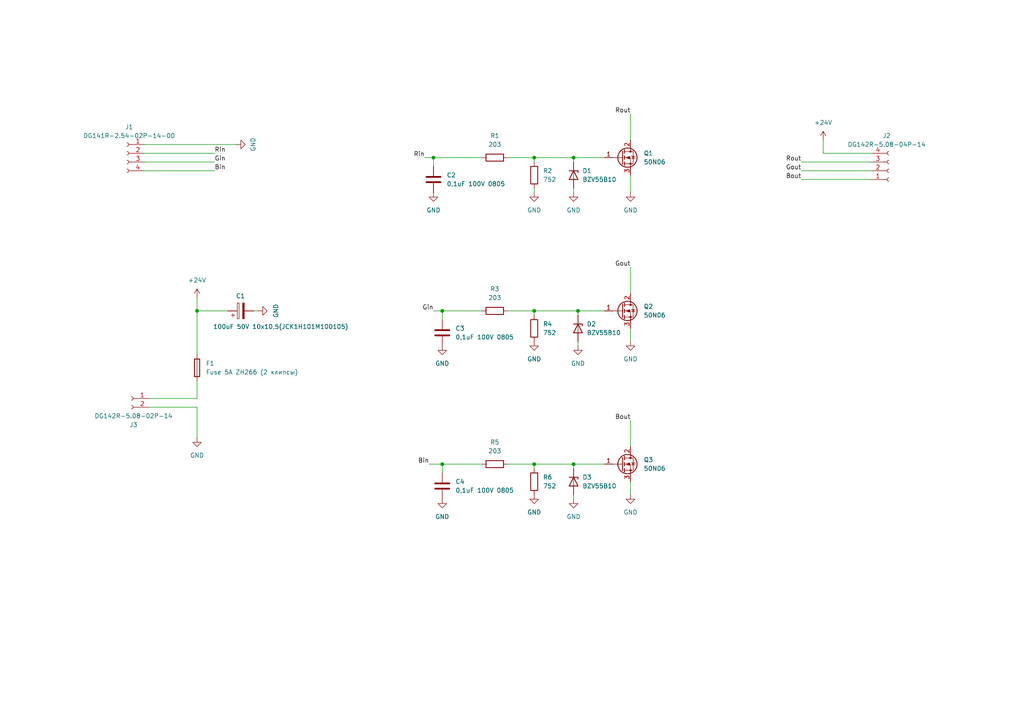
<source format=kicad_sch>
(kicad_sch (version 20231120) (generator "eeschema") (generator_version "8.0")
  (paper "A4")
  (lib_symbols
    (symbol "Connector:Conn_01x02_Socket" (pin_names (offset 1.016) hide)
      (property "Reference" "J" (at 0 2.54 0))
      (property "Value" "Conn_01x02_Socket" (at 0 -5.08 0))
      (symbol "Conn_01x02_Socket_1_1"
        (arc (start 0 -2.032) (mid -0.5058 -2.54) (end 0 -3.048) (stroke (width 0.1524)))
        (polyline (pts (xy -1.27 -2.54) (xy -0.508 -2.54)) (stroke (width 0.1524)))
        (polyline (pts (xy -1.27 0) (xy -0.508 0)) (stroke (width 0.1524)))
        (arc (start 0 0.508) (mid -0.5058 0) (end 0 -0.508) (stroke (width 0.1524)))
        (pin passive line (at -5.08 0 0) (length 3.81) (name "Pin_1") (number "1"))
        (pin passive line (at -5.08 -2.54 0) (length 3.81) (name "Pin_2") (number "2"))
      )
    )
    (symbol "Connector:Conn_01x04_Socket" (pin_names (offset 1.016) hide)
      (property "Reference" "J" (at 0 5.08 0))
      (property "Value" "Conn_01x04_Socket" (at 0 -7.62 0))
      (symbol "Conn_01x04_Socket_1_1"
        (arc (start 0 -4.572) (mid -0.5058 -5.08) (end 0 -5.588) (stroke (width 0.1524)))
        (arc (start 0 -2.032) (mid -0.5058 -2.54) (end 0 -3.048) (stroke (width 0.1524)))
        (polyline (pts (xy -1.27 -5.08) (xy -0.508 -5.08)) (stroke (width 0.1524)))
        (polyline (pts (xy -1.27 -2.54) (xy -0.508 -2.54)) (stroke (width 0.1524)))
        (polyline (pts (xy -1.27 0) (xy -0.508 0)) (stroke (width 0.1524)))
        (polyline (pts (xy -1.27 2.54) (xy -0.508 2.54)) (stroke (width 0.1524)))
        (arc (start 0 0.508) (mid -0.5058 0) (end 0 -0.508) (stroke (width 0.1524)))
        (arc (start 0 3.048) (mid -0.5058 2.54) (end 0 2.032) (stroke (width 0.1524)))
        (pin passive line (at -5.08 2.54 0) (length 3.81) (name "Pin_1") (number "1"))
        (pin passive line (at -5.08 0 0) (length 3.81) (name "Pin_2") (number "2"))
        (pin passive line (at -5.08 -2.54 0) (length 3.81) (name "Pin_3") (number "3"))
        (pin passive line (at -5.08 -5.08 0) (length 3.81) (name "Pin_4") (number "4"))
      )
    )
    (symbol "Device:C" (pin_numbers hide) (pin_names (offset 0.254))
      (property "Reference" "C" (at 0.635 2.54 0))
      (property "Value" "C" (at 0.635 -2.54 0))
      (symbol "C_0_1"
        (polyline (pts (xy -2.032 -0.762) (xy 2.032 -0.762)) (stroke (width 0.508)))
        (polyline (pts (xy -2.032 0.762) (xy 2.032 0.762)) (stroke (width 0.508)))
      )
      (symbol "C_1_1"
        (pin passive line (at 0 3.81 270) (length 2.794) (name "~") (number "1"))
        (pin passive line (at 0 -3.81 90) (length 2.794) (name "~") (number "2"))
      )
    )
    (symbol "Device:C_Polarized" (pin_numbers hide) (pin_names (offset 0.254))
      (property "Reference" "C" (at 0.635 2.54 0))
      (property "Value" "C_Polarized" (at 0.635 -2.54 0))
      (symbol "C_Polarized_0_1"
        (rectangle (start -2.286 0.508) (end 2.286 1.016))
        (polyline (pts (xy -1.778 2.286) (xy -0.762 2.286)))
        (polyline (pts (xy -1.27 2.794) (xy -1.27 1.778)))
        (rectangle (start 2.286 -0.508) (end -2.286 -1.016) (fill (type outline)))
      )
      (symbol "C_Polarized_1_1"
        (pin passive line (at 0 3.81 270) (length 2.794) (name "~") (number "1"))
        (pin passive line (at 0 -3.81 90) (length 2.794) (name "~") (number "2"))
      )
    )
    (symbol "Device:Fuse" (pin_numbers hide) (pin_names (offset 0))
      (property "Reference" "F" (at 2.032 0 90))
      (property "Value" "Fuse" (at -1.905 0 90))
      (symbol "Fuse_0_1"
        (rectangle (start -0.762 -2.54) (end 0.762 2.54) (stroke (width 0.254)))
        (polyline (pts (xy 0 2.54) (xy 0 -2.54)))
      )
      (symbol "Fuse_1_1"
        (pin passive line (at 0 3.81 270) (length 1.27) (name "~") (number "1"))
        (pin passive line (at 0 -3.81 90) (length 1.27) (name "~") (number "2"))
      )
    )
    (symbol "Device:R" (pin_numbers hide) (pin_names (offset 0))
      (property "Reference" "R" (at 2.032 0 90))
      (property "Value" "R" (at 0 0 90))
      (symbol "R_0_1"
        (rectangle (start -1.016 -2.54) (end 1.016 2.54) (stroke (width 0.254)))
      )
      (symbol "R_1_1"
        (pin passive line (at 0 3.81 270) (length 1.27) (name "~") (number "1"))
        (pin passive line (at 0 -3.81 90) (length 1.27) (name "~") (number "2"))
      )
    )
    (symbol "Diode:BZV55B10" (pin_numbers hide) (pin_names hide)
      (property "Reference" "D" (at 0 2.54 0))
      (property "Value" "BZV55B10" (at 0 -2.54 0))
      (symbol "BZV55B10_0_1"
        (polyline (pts (xy 1.27 0) (xy -1.27 0)))
        (polyline (pts (xy -1.27 -1.27) (xy -1.27 1.27) (xy -0.762 1.27)) (stroke (width 0.254)))
        (polyline (pts (xy 1.27 -1.27) (xy 1.27 1.27) (xy -1.27 0) (xy 1.27 -1.27)) (stroke (width 0.254)))
      )
      (symbol "BZV55B10_1_1"
        (pin passive line (at -3.81 0 0) (length 2.54) (name "K") (number "1"))
        (pin passive line (at 3.81 0 180) (length 2.54) (name "A") (number "2"))
      )
    )
    (symbol "Transistor_FET:50N06" (pin_names hide)
      (property "Reference" "Q" (at 2.794 -1.27 0))
      (property "Value" "50N06" (at 0 0 0))
      (symbol "50N06_0_1"
        (circle (center -0.889 -5.08) (radius 2.794) (stroke (width 0.254)))
        (circle (center 0 -6.858) (radius 0.254) (fill (type outline)))
        (circle (center 0 -3.302) (radius 0.254) (fill (type outline)))
        (polyline (pts (xy -2.286 -5.08) (xy -5.08 -5.08)))
        (polyline (pts (xy -2.286 -3.175) (xy -2.286 -6.985)) (stroke (width 0.254)))
        (polyline (pts (xy -1.778 -6.35) (xy -1.778 -7.366)) (stroke (width 0.254)))
        (polyline (pts (xy -1.778 -4.572) (xy -1.778 -5.588)) (stroke (width 0.254)))
        (polyline (pts (xy -1.778 -2.794) (xy -1.778 -3.81)) (stroke (width 0.254)))
        (polyline (pts (xy 0 -2.54) (xy 0 -3.302)))
        (polyline (pts (xy 0 -7.62) (xy 0 -5.08) (xy -1.778 -5.08)))
        (polyline (pts (xy -1.778 -3.302) (xy 0.762 -3.302) (xy 0.762 -6.858) (xy -1.778 -6.858)))
        (polyline (pts (xy -1.27 -5.08) (xy -0.254 -4.699) (xy -0.254 -5.461) (xy -1.27 -5.08)) (fill (type outline)))
        (polyline (pts (xy 0.254 -4.572) (xy 0.381 -4.699) (xy 1.143 -4.699) (xy 1.27 -4.826)))
        (polyline (pts (xy 0.762 -4.699) (xy 0.381 -5.334) (xy 1.143 -5.334) (xy 0.762 -4.699)))
      )
      (symbol "50N06_1_1"
        (pin input line (at -7.62 -5.08 0) (length 2.54) (name "G") (number "1"))
        (pin passive line (at 0 0 270) (length 2.54) (name "D") (number "2"))
        (pin passive line (at 0 -10.16 90) (length 2.54) (name "S") (number "3"))
      )
    )
    (symbol "power:+24V" (power) (pin_numbers hide) (pin_names (offset 0) hide)
      (property "Value" "+24V" (at 0 3.556 0))
      (symbol "+24V_0_1"
        (polyline (pts (xy -0.762 1.27) (xy 0 2.54)))
        (polyline (pts (xy 0 0) (xy 0 2.54)))
        (polyline (pts (xy 0 2.54) (xy 0.762 1.27)))
      )
      (symbol "+24V_1_1"
        (pin power_in line (at 0 0 90) (length 0) (name "~") (number "1"))
      )
    )
    (symbol "power:GND" (power) (pin_numbers hide) (pin_names (offset 0) hide)
      (property "Value" "GND" (at 0 -3.81 0))
      (symbol "GND_0_1"
        (polyline (pts (xy 0 0) (xy 0 -1.27) (xy 1.27 -1.27) (xy 0 -2.54) (xy -1.27 -1.27) (xy 0 -1.27)))
      )
      (symbol "GND_1_1"
        (pin power_in line (at 0 0 270) (length 0) (name "~") (number "1"))
      )
    )
  )
  (junction (at 154.94 90.17))
  (junction (at 125.73 45.72))
  (junction (at 57.15 90.17))
  (junction (at 128.27 134.62))
  (junction (at 154.94 45.72))
  (junction (at 128.27 90.17))
  (junction (at 166.37 45.72))
  (junction (at 166.37 134.62))
  (junction (at 154.94 134.62))
  (junction (at 167.64 90.17))
  (wire (pts (xy 154.94 45.72) (xy 154.94 46.99)))
  (wire (pts (xy 125.73 90.17) (xy 128.27 90.17)))
  (wire (pts (xy 182.88 121.92) (xy 182.88 129.54)))
  (wire (pts (xy 125.73 45.72) (xy 139.7 45.72)))
  (wire (pts (xy 238.76 44.45) (xy 252.73 44.45)))
  (wire (pts (xy 182.88 33.02) (xy 182.88 40.64)))
  (wire (pts (xy 128.27 134.62) (xy 128.27 137.16)))
  (wire (pts (xy 166.37 45.72) (xy 175.26 45.72)))
  (wire (pts (xy 154.94 55.88) (xy 154.94 54.61)))
  (wire (pts (xy 166.37 134.62) (xy 166.37 135.89)))
  (wire (pts (xy 57.15 86.36) (xy 57.15 90.17)))
  (wire (pts (xy 128.27 134.62) (xy 139.7 134.62)))
  (wire (pts (xy 128.27 90.17) (xy 128.27 92.71)))
  (wire (pts (xy 166.37 45.72) (xy 166.37 46.99)))
  (wire (pts (xy 57.15 127) (xy 57.15 118.11)))
  (wire (pts (xy 73.66 90.17) (xy 74.93 90.17)))
  (wire (pts (xy 182.88 99.06) (xy 182.88 95.25)))
  (wire (pts (xy 154.94 134.62) (xy 166.37 134.62)))
  (wire (pts (xy 125.73 45.72) (xy 125.73 48.26)))
  (wire (pts (xy 124.46 134.62) (xy 128.27 134.62)))
  (wire (pts (xy 182.88 55.88) (xy 182.88 50.8)))
  (wire (pts (xy 154.94 90.17) (xy 167.64 90.17)))
  (wire (pts (xy 154.94 90.17) (xy 154.94 91.44)))
  (wire (pts (xy 147.32 90.17) (xy 154.94 90.17)))
  (wire (pts (xy 252.73 49.53) (xy 232.41 49.53)))
  (wire (pts (xy 167.64 90.17) (xy 175.26 90.17)))
  (wire (pts (xy 166.37 143.51) (xy 166.37 144.78)))
  (wire (pts (xy 57.15 90.17) (xy 57.15 102.87)))
  (wire (pts (xy 57.15 110.49) (xy 57.15 115.57)))
  (wire (pts (xy 182.88 143.51) (xy 182.88 139.7)))
  (wire (pts (xy 154.94 45.72) (xy 166.37 45.72)))
  (wire (pts (xy 154.94 134.62) (xy 154.94 135.89)))
  (wire (pts (xy 57.15 90.17) (xy 66.04 90.17)))
  (wire (pts (xy 41.91 46.99) (xy 62.23 46.99)))
  (wire (pts (xy 166.37 54.61) (xy 166.37 55.88)))
  (wire (pts (xy 167.64 99.06) (xy 167.64 100.33)))
  (wire (pts (xy 252.73 52.07) (xy 232.41 52.07)))
  (wire (pts (xy 166.37 134.62) (xy 175.26 134.62)))
  (wire (pts (xy 167.64 90.17) (xy 167.64 91.44)))
  (wire (pts (xy 41.91 41.91) (xy 68.58 41.91)))
  (wire (pts (xy 41.91 44.45) (xy 62.23 44.45)))
  (wire (pts (xy 238.76 40.64) (xy 238.76 44.45)))
  (wire (pts (xy 147.32 45.72) (xy 154.94 45.72)))
  (wire (pts (xy 147.32 134.62) (xy 154.94 134.62)))
  (wire (pts (xy 252.73 46.99) (xy 232.41 46.99)))
  (wire (pts (xy 43.18 115.57) (xy 57.15 115.57)))
  (wire (pts (xy 182.88 77.47) (xy 182.88 85.09)))
  (wire (pts (xy 123.19 45.72) (xy 125.73 45.72)))
  (wire (pts (xy 41.91 49.53) (xy 62.23 49.53)))
  (wire (pts (xy 57.15 118.11) (xy 43.18 118.11)))
  (wire (pts (xy 128.27 90.17) (xy 139.7 90.17)))
  (label "Gin" (at 62.23 46.99 0))
  (label "Bout" (at 232.41 52.07 180))
  (label "Rout" (at 182.88 33.02 180))
  (label "Gin" (at 125.73 90.17 180))
  (label "Rout" (at 232.41 46.99 180))
  (label "Rin" (at 62.23 44.45 0))
  (label "Gout" (at 232.41 49.53 180))
  (label "Bin" (at 62.23 49.53 0))
  (label "Bin" (at 124.46 134.62 180))
  (label "Bout" (at 182.88 121.92 180))
  (label "Rin" (at 123.19 45.72 180))
  (label "Gout" (at 182.88 77.47 180))
  (symbol (lib_id "Device:R") (at 143.51 90.17 90) (unit 1)
    (property "Reference" "R3" (at 143.51 83.82 90))
    (property "Value" "203" (at 143.51 86.36 90))
    (property "Footprint" "Resistor_SMD:R_0805_2012Metric" (effects (hide yes)))
    (property "Description" "Resistor" (effects (hide yes)))
  )
  (symbol (lib_id "Device:R") (at 154.94 139.7 180) (unit 1)
    (property "Reference" "R6" (at 157.48 138.4299 0) (effects (justify right)))
    (property "Value" "752" (at 157.48 140.9699 0) (effects (justify right)))
    (property "Footprint" "Resistor_SMD:R_0805_2012Metric" (effects (hide yes)))
    (property "Description" "Resistor" (effects (hide yes)))
  )
  (symbol (lib_id "power:GND") (at 154.94 99.06 0) (unit 1)
    (property "Reference" "#PWR09" (effects (hide yes)))
    (property "Value" "GND" (at 154.94 104.14 0))
    (property "Description" "Power symbol creates a global label with name \"GND\" , ground" (effects (hide yes)))
  )
  (symbol (lib_id "Diode:BZV55B10") (at 166.37 50.8 270) (unit 1)
    (property "Reference" "D1" (at 168.91 49.5299 90) (effects (justify left)))
    (property "Value" "BZV55B10" (at 168.91 52.0699 90) (effects (justify left)))
    (property "Footprint" "Diode_SMD:D_MiniMELF" (effects (hide yes)))
    (property "Datasheet" "https://assets.nexperia.com/documents/data-sheet/BZV55_SER.pdf" (effects (hide yes)))
    (property "Description" "10V, 500mW, 2%, Zener diode, MiniMELF" (effects (hide yes)))
  )
  (symbol (lib_id "power:GND") (at 128.27 100.33 0) (unit 1)
    (property "Reference" "#PWR013" (effects (hide yes)))
    (property "Value" "GND" (at 128.27 105.41 0))
    (property "Description" "Power symbol creates a global label with name \"GND\" , ground" (effects (hide yes)))
  )
  (symbol (lib_id "power:GND") (at 154.94 55.88 0) (unit 1)
    (property "Reference" "#PWR05" (effects (hide yes)))
    (property "Value" "GND" (at 154.94 60.96 0))
    (property "Description" "Power symbol creates a global label with name \"GND\" , ground" (effects (hide yes)))
  )
  (symbol (lib_id "power:+24V") (at 238.76 40.64 0) (unit 1)
    (property "Reference" "#PWR04" (effects (hide yes)))
    (property "Value" "+24V" (at 238.76 35.56 0))
    (property "Description" "Power symbol creates a global label with name \"+24V\"" (effects (hide yes)))
  )
  (symbol (lib_id "Connector:Conn_01x04_Socket") (at 257.81 49.53 0) (mirror x) (unit 1)
    (property "Reference" "J2" (at 257.175 39.37 0))
    (property "Value" "DG142R-5.08-04P-14" (at 257.175 41.91 0))
    (property "Footprint" "Connector:DG142R-5.08-04P-14" (effects (hide yes)))
    (property "Description" "Generic connector, single row, 01x04, script generated" (effects (hide yes)))
  )
  (symbol (lib_id "Connector:Conn_01x02_Socket") (at 38.1 115.57 0) (mirror y) (unit 1)
    (property "Reference" "J3" (at 38.735 123.19 0))
    (property "Value" "DG142R-5.08-02P-14" (at 38.735 120.65 0))
    (property "Footprint" "Connector:DG142R-5.08-02P-14" (effects (hide yes)))
    (property "Description" "Generic connector, single row, 01x02, script generated" (effects (hide yes)))
  )
  (symbol (lib_id "power:GND") (at 182.88 143.51 0) (unit 1)
    (property "Reference" "#PWR010" (effects (hide yes)))
    (property "Value" "GND" (at 182.88 148.59 0))
    (property "Description" "Power symbol creates a global label with name \"GND\" , ground" (effects (hide yes)))
  )
  (symbol (lib_id "Device:C") (at 128.27 96.52 0) (unit 1)
    (property "Reference" "C3" (at 132.08 95.2499 0) (effects (justify left)))
    (property "Value" "0,1uF 100V 0805" (at 132.08 97.7899 0) (effects (justify left)))
    (property "Footprint" "Capacitor_SMD:C_0805_2012Metric" (effects (hide yes)))
    (property "Description" "Unpolarized capacitor" (effects (hide yes)))
  )
  (symbol (lib_id "Diode:BZV55B10") (at 166.37 139.7 270) (unit 1)
    (property "Reference" "D3" (at 168.91 138.4299 90) (effects (justify left)))
    (property "Value" "BZV55B10" (at 168.91 140.9699 90) (effects (justify left)))
    (property "Footprint" "Diode_SMD:D_MiniMELF" (effects (hide yes)))
    (property "Datasheet" "https://assets.nexperia.com/documents/data-sheet/BZV55_SER.pdf" (effects (hide yes)))
    (property "Description" "10V, 500mW, 2%, Zener diode, MiniMELF" (effects (hide yes)))
  )
  (symbol (lib_id "power:GND") (at 128.27 144.78 0) (unit 1)
    (property "Reference" "#PWR014" (effects (hide yes)))
    (property "Value" "GND" (at 128.27 149.86 0))
    (property "Description" "Power symbol creates a global label with name \"GND\" , ground" (effects (hide yes)))
  )
  (symbol (lib_id "power:GND") (at 125.73 55.88 0) (unit 1)
    (property "Reference" "#PWR012" (effects (hide yes)))
    (property "Value" "GND" (at 125.73 60.96 0))
    (property "Description" "Power symbol creates a global label with name \"GND\" , ground" (effects (hide yes)))
  )
  (symbol (lib_id "Transistor_FET:50N06") (at 182.88 40.64 0) (unit 1)
    (property "Reference" "Q1" (at 186.69 44.4499 0) (effects (justify left)))
    (property "Value" "50N06" (at 186.69 46.9899 0) (effects (justify left)))
    (property "Footprint" "Package_TO_SOT_SMD:TO-252-2" (effects (hide yes)))
    (property "Datasheet" "https://static.chipdip.ru/lib/655/DOC052655998.pdf" (effects (hide yes)))
  )
  (symbol (lib_id "Device:R") (at 143.51 45.72 90) (unit 1)
    (property "Reference" "R1" (at 143.51 39.37 90))
    (property "Value" "203" (at 143.51 41.91 90))
    (property "Footprint" "Resistor_SMD:R_0805_2012Metric" (effects (hide yes)))
    (property "Description" "Resistor" (effects (hide yes)))
  )
  (symbol (lib_id "power:GND") (at 74.93 90.17 90) (unit 1)
    (property "Reference" "#PWR07" (effects (hide yes)))
    (property "Value" "GND" (at 80.01 90.17 0))
    (property "Description" "Power symbol creates a global label with name \"GND\" , ground" (effects (hide yes)))
  )
  (symbol (lib_id "power:+24V") (at 57.15 86.36 0) (unit 1)
    (property "Reference" "#PWR02" (effects (hide yes)))
    (property "Value" "+24V" (at 57.15 81.28 0))
    (property "Description" "Power symbol creates a global label with name \"+24V\"" (effects (hide yes)))
  )
  (symbol (lib_id "power:GND") (at 167.64 100.33 0) (unit 1)
    (property "Reference" "#PWR016" (effects (hide yes)))
    (property "Value" "GND" (at 167.64 105.41 0))
    (property "Description" "Power symbol creates a global label with name \"GND\" , ground" (effects (hide yes)))
  )
  (symbol (lib_id "Transistor_FET:50N06") (at 182.88 85.09 0) (unit 1)
    (property "Reference" "Q2" (at 186.69 88.8999 0) (effects (justify left)))
    (property "Value" "50N06" (at 186.69 91.4399 0) (effects (justify left)))
    (property "Footprint" "Package_TO_SOT_SMD:TO-252-2" (effects (hide yes)))
    (property "Datasheet" "https://static.chipdip.ru/lib/655/DOC052655998.pdf" (effects (hide yes)))
  )
  (symbol (lib_id "Transistor_FET:50N06") (at 182.88 129.54 0) (unit 1)
    (property "Reference" "Q3" (at 186.69 133.3499 0) (effects (justify left)))
    (property "Value" "50N06" (at 186.69 135.8899 0) (effects (justify left)))
    (property "Footprint" "Package_TO_SOT_SMD:TO-252-2" (effects (hide yes)))
    (property "Datasheet" "https://static.chipdip.ru/lib/655/DOC052655998.pdf" (effects (hide yes)))
  )
  (symbol (lib_id "power:GND") (at 166.37 55.88 0) (unit 1)
    (property "Reference" "#PWR015" (effects (hide yes)))
    (property "Value" "GND" (at 166.37 60.96 0))
    (property "Description" "Power symbol creates a global label with name \"GND\" , ground" (effects (hide yes)))
  )
  (symbol (lib_id "power:GND") (at 57.15 127 0) (unit 1)
    (property "Reference" "#PWR01" (effects (hide yes)))
    (property "Value" "GND" (at 57.15 132.08 0))
    (property "Description" "Power symbol creates a global label with name \"GND\" , ground" (effects (hide yes)))
  )
  (symbol (lib_id "Diode:BZV55B10") (at 167.64 95.25 270) (unit 1)
    (property "Reference" "D2" (at 170.18 93.9799 90) (effects (justify left)))
    (property "Value" "BZV55B10" (at 170.18 96.5199 90) (effects (justify left)))
    (property "Footprint" "Diode_SMD:D_MiniMELF" (effects (hide yes)))
    (property "Datasheet" "https://assets.nexperia.com/documents/data-sheet/BZV55_SER.pdf" (effects (hide yes)))
    (property "Description" "10V, 500mW, 2%, Zener diode, MiniMELF" (effects (hide yes)))
  )
  (symbol (lib_id "Device:C") (at 128.27 140.97 0) (unit 1)
    (property "Reference" "C4" (at 132.08 139.6999 0) (effects (justify left)))
    (property "Value" "0,1uF 100V 0805" (at 132.08 142.2399 0) (effects (justify left)))
    (property "Footprint" "Capacitor_SMD:C_0805_2012Metric" (effects (hide yes)))
    (property "Description" "Unpolarized capacitor" (effects (hide yes)))
  )
  (symbol (lib_id "Device:R") (at 154.94 50.8 180) (unit 1)
    (property "Reference" "R2" (at 157.48 49.5299 0) (effects (justify right)))
    (property "Value" "752" (at 157.48 52.0699 0) (effects (justify right)))
    (property "Footprint" "Resistor_SMD:R_0805_2012Metric" (effects (hide yes)))
    (property "Description" "Resistor" (effects (hide yes)))
  )
  (symbol (lib_id "power:GND") (at 182.88 99.06 0) (unit 1)
    (property "Reference" "#PWR08" (effects (hide yes)))
    (property "Value" "GND" (at 182.88 104.14 0))
    (property "Description" "Power symbol creates a global label with name \"GND\" , ground" (effects (hide yes)))
  )
  (symbol (lib_id "Device:C_Polarized") (at 69.85 90.17 90) (unit 1)
    (property "Reference" "C1" (at 71.12 85.852 90) (effects (justify left)))
    (property "Value" "100uF 50V 10x10,5(JCK1H101M100105)" (at 101.092 94.742 90) (effects (justify left)))
    (property "Footprint" "Capacitor_SMD:CP_Elec_10x10.5" (effects (hide yes)))
    (property "Description" "Polarized capacitor" (effects (hide yes)))
  )
  (symbol (lib_id "power:GND") (at 166.37 144.78 0) (unit 1)
    (property "Reference" "#PWR017" (effects (hide yes)))
    (property "Value" "GND" (at 166.37 149.86 0))
    (property "Description" "Power symbol creates a global label with name \"GND\" , ground" (effects (hide yes)))
  )
  (symbol (lib_id "Device:R") (at 154.94 95.25 180) (unit 1)
    (property "Reference" "R4" (at 157.48 93.9799 0) (effects (justify right)))
    (property "Value" "752" (at 157.48 96.5199 0) (effects (justify right)))
    (property "Footprint" "Resistor_SMD:R_0805_2012Metric" (effects (hide yes)))
    (property "Description" "Resistor" (effects (hide yes)))
  )
  (symbol (lib_id "Device:Fuse") (at 57.15 106.68 0) (unit 1)
    (property "Reference" "F1" (at 59.69 105.4099 0) (effects (justify left)))
    (property "Value" "Fuse 5A ZH266 (2 клипсы)" (at 59.69 107.9499 0) (effects (justify left)))
    (property "Footprint" "Fuse:Fuseholder_100_series_5x20mm_D1,5" (effects (hide yes)))
    (property "Description" "Fuse" (effects (hide yes)))
  )
  (symbol (lib_id "Device:C") (at 125.73 52.07 0) (unit 1)
    (property "Reference" "C2" (at 129.54 50.7999 0) (effects (justify left)))
    (property "Value" "0,1uF 100V 0805" (at 129.54 53.3399 0) (effects (justify left)))
    (property "Footprint" "Capacitor_SMD:C_0805_2012Metric" (effects (hide yes)))
    (property "Description" "Unpolarized capacitor" (effects (hide yes)))
  )
  (symbol (lib_id "power:GND") (at 68.58 41.91 90) (unit 1)
    (property "Reference" "#PWR03" (effects (hide yes)))
    (property "Value" "GND" (at 73.406 41.91 0))
    (property "Description" "Power symbol creates a global label with name \"GND\" , ground" (effects (hide yes)))
  )
  (symbol (lib_id "Connector:Conn_01x04_Socket") (at 36.83 44.45 0) (mirror y) (unit 1)
    (property "Reference" "J1" (at 37.465 36.83 0))
    (property "Value" "DG141R-2.54-02P-14-00" (at 37.465 39.37 0))
    (property "Footprint" "Connector:DG141R-04" (effects (hide yes)))
    (property "Description" "Generic connector, single row, 01x04, script generated" (effects (hide yes)))
  )
  (symbol (lib_id "power:GND") (at 154.94 143.51 0) (unit 1)
    (property "Reference" "#PWR011" (effects (hide yes)))
    (property "Value" "GND" (at 154.94 148.59 0))
    (property "Description" "Power symbol creates a global label with name \"GND\" , ground" (effects (hide yes)))
  )
  (symbol (lib_id "power:GND") (at 182.88 55.88 0) (unit 1)
    (property "Reference" "#PWR06" (effects (hide yes)))
    (property "Value" "GND" (at 182.88 60.96 0))
    (property "Description" "Power symbol creates a global label with name \"GND\" , ground" (effects (hide yes)))
  )
  (symbol (lib_id "Device:R") (at 143.51 134.62 90) (unit 1)
    (property "Reference" "R5" (at 143.51 128.27 90))
    (property "Value" "203" (at 143.51 130.81 90))
    (property "Footprint" "Resistor_SMD:R_0805_2012Metric" (effects (hide yes)))
    (property "Description" "Resistor" (effects (hide yes)))
  )
)
</source>
